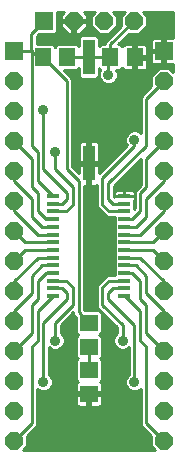
<source format=gtl>
G75*
%MOIN*%
%OFA0B0*%
%FSLAX25Y25*%
%IPPOS*%
%LPD*%
%AMOC8*
5,1,8,0,0,1.08239X$1,22.5*
%
%ADD10R,0.03937X0.11811*%
%ADD11R,0.05512X0.05906*%
%ADD12R,0.05906X0.05512*%
%ADD13R,0.05937X0.05937*%
%ADD14OC8,0.05937*%
%ADD15R,0.03937X0.01378*%
%ADD16C,0.01000*%
%ADD17C,0.03569*%
D10*
X0034071Y0101591D03*
X0034071Y0137024D03*
D11*
X0041256Y0137024D03*
X0049327Y0137024D03*
X0026886Y0137024D03*
X0018815Y0137024D03*
D12*
X0034071Y0048539D03*
X0034071Y0040469D03*
X0034071Y0032791D03*
X0034071Y0024720D03*
D13*
X0059071Y0139031D03*
X0019071Y0149031D03*
X0009071Y0139031D03*
D14*
X0009071Y0009031D03*
X0009071Y0019031D03*
X0009071Y0029031D03*
X0009071Y0039031D03*
X0009071Y0049031D03*
X0009071Y0059031D03*
X0009071Y0069031D03*
X0009071Y0079031D03*
X0009071Y0089031D03*
X0009071Y0099031D03*
X0009071Y0109031D03*
X0009071Y0119031D03*
X0009071Y0129031D03*
X0029071Y0149031D03*
X0039071Y0149031D03*
X0049071Y0149031D03*
X0059071Y0129031D03*
X0059071Y0119031D03*
X0059071Y0109031D03*
X0059071Y0099031D03*
X0059071Y0089031D03*
X0059071Y0079031D03*
X0059071Y0069031D03*
X0059071Y0059031D03*
X0059071Y0049031D03*
X0059071Y0039031D03*
X0059071Y0029031D03*
X0059071Y0019031D03*
X0059071Y0009031D03*
D15*
X0045882Y0057398D03*
X0045882Y0059957D03*
X0045882Y0062516D03*
X0045882Y0065075D03*
X0045882Y0067634D03*
X0045882Y0070193D03*
X0045882Y0072752D03*
X0045882Y0075311D03*
X0045882Y0077870D03*
X0045882Y0080429D03*
X0045882Y0082988D03*
X0045882Y0085547D03*
X0045882Y0088106D03*
X0045882Y0090665D03*
X0022260Y0090665D03*
X0022260Y0088106D03*
X0022260Y0085547D03*
X0022260Y0082988D03*
X0022260Y0080429D03*
X0022260Y0077870D03*
X0022260Y0075311D03*
X0022260Y0072752D03*
X0022260Y0070193D03*
X0022260Y0067634D03*
X0022260Y0065075D03*
X0022260Y0062516D03*
X0022260Y0059957D03*
X0022260Y0057398D03*
D16*
X0021965Y0057398D01*
X0016945Y0052378D01*
X0016945Y0042535D01*
X0014976Y0040567D01*
X0014976Y0014937D01*
X0009071Y0009031D01*
X0011970Y0005894D02*
X0013339Y0007263D01*
X0013339Y0010754D01*
X0016776Y0014191D01*
X0016776Y0026531D01*
X0017166Y0026141D01*
X0018300Y0025672D01*
X0019527Y0025672D01*
X0020660Y0026141D01*
X0021528Y0027009D01*
X0021998Y0028142D01*
X0021998Y0029369D01*
X0021528Y0030503D01*
X0020713Y0031318D01*
X0020713Y0040311D01*
X0021103Y0039921D01*
X0022237Y0039451D01*
X0023464Y0039451D01*
X0024597Y0039921D01*
X0025465Y0040788D01*
X0025935Y0041922D01*
X0025935Y0043149D01*
X0025465Y0044283D01*
X0024650Y0045097D01*
X0024650Y0047695D01*
X0028924Y0051969D01*
X0028924Y0051140D01*
X0029818Y0050247D01*
X0029818Y0045245D01*
X0030559Y0044504D01*
X0029818Y0043763D01*
X0029818Y0037174D01*
X0030362Y0036630D01*
X0029818Y0036086D01*
X0029818Y0029497D01*
X0030477Y0028838D01*
X0030197Y0028677D01*
X0029918Y0028397D01*
X0029720Y0028055D01*
X0029618Y0027674D01*
X0029618Y0025220D01*
X0033571Y0025220D01*
X0033571Y0024220D01*
X0034571Y0024220D01*
X0034571Y0020465D01*
X0037221Y0020465D01*
X0037603Y0020567D01*
X0037945Y0020764D01*
X0038224Y0021044D01*
X0038421Y0021386D01*
X0038524Y0021767D01*
X0038524Y0024220D01*
X0034571Y0024220D01*
X0034571Y0025220D01*
X0038524Y0025220D01*
X0038524Y0027674D01*
X0038421Y0028055D01*
X0038224Y0028397D01*
X0037945Y0028677D01*
X0037665Y0028838D01*
X0038324Y0029497D01*
X0038324Y0036086D01*
X0037779Y0036630D01*
X0038324Y0037174D01*
X0038324Y0043763D01*
X0037583Y0044504D01*
X0038324Y0045245D01*
X0038324Y0051834D01*
X0037562Y0052595D01*
X0032561Y0052595D01*
X0032524Y0052631D01*
X0032524Y0094185D01*
X0033587Y0094185D01*
X0033587Y0101106D01*
X0034555Y0101106D01*
X0034555Y0094185D01*
X0036237Y0094185D01*
X0036618Y0094287D01*
X0036798Y0094391D01*
X0036798Y0087065D01*
X0037853Y0086011D01*
X0040117Y0083747D01*
X0042613Y0083747D01*
X0042613Y0081761D01*
X0042665Y0081709D01*
X0042613Y0081657D01*
X0042613Y0079202D01*
X0042665Y0079150D01*
X0042613Y0079098D01*
X0042613Y0076643D01*
X0042665Y0076591D01*
X0042613Y0076538D01*
X0042613Y0074084D01*
X0042665Y0074031D01*
X0042613Y0073979D01*
X0042613Y0071525D01*
X0042665Y0071472D01*
X0042613Y0071420D01*
X0042613Y0068965D01*
X0042665Y0068913D01*
X0042613Y0068861D01*
X0042613Y0066406D01*
X0042665Y0066354D01*
X0042613Y0066302D01*
X0042613Y0064316D01*
X0040117Y0064316D01*
X0039062Y0063261D01*
X0036798Y0060998D01*
X0036798Y0053601D01*
X0037853Y0052546D01*
X0043491Y0046908D01*
X0043491Y0045097D01*
X0042677Y0044283D01*
X0042207Y0043149D01*
X0042207Y0041922D01*
X0042677Y0040788D01*
X0043544Y0039921D01*
X0044678Y0039451D01*
X0045905Y0039451D01*
X0047038Y0039921D01*
X0047428Y0040311D01*
X0047428Y0031318D01*
X0046614Y0030503D01*
X0046144Y0029369D01*
X0046144Y0028142D01*
X0046614Y0027009D01*
X0047481Y0026141D01*
X0048615Y0025672D01*
X0049842Y0025672D01*
X0050975Y0026141D01*
X0051365Y0026531D01*
X0051365Y0014191D01*
X0054802Y0010754D01*
X0054802Y0007263D01*
X0056172Y0005894D01*
X0011970Y0005894D01*
X0012265Y0006189D02*
X0055876Y0006189D01*
X0054878Y0007188D02*
X0013264Y0007188D01*
X0013339Y0008186D02*
X0054802Y0008186D01*
X0054802Y0009185D02*
X0013339Y0009185D01*
X0013339Y0010183D02*
X0054802Y0010183D01*
X0054375Y0011182D02*
X0013767Y0011182D01*
X0014765Y0012180D02*
X0053376Y0012180D01*
X0052378Y0013179D02*
X0015764Y0013179D01*
X0016762Y0014177D02*
X0051379Y0014177D01*
X0051365Y0015176D02*
X0016776Y0015176D01*
X0016776Y0016175D02*
X0051365Y0016175D01*
X0051365Y0017173D02*
X0016776Y0017173D01*
X0016776Y0018172D02*
X0051365Y0018172D01*
X0051365Y0019170D02*
X0016776Y0019170D01*
X0016776Y0020169D02*
X0051365Y0020169D01*
X0051365Y0021167D02*
X0038295Y0021167D01*
X0038524Y0022166D02*
X0051365Y0022166D01*
X0051365Y0023164D02*
X0038524Y0023164D01*
X0038524Y0024163D02*
X0051365Y0024163D01*
X0051365Y0025161D02*
X0034571Y0025161D01*
X0034571Y0024163D02*
X0033571Y0024163D01*
X0033571Y0024220D02*
X0033571Y0020465D01*
X0030921Y0020465D01*
X0030539Y0020567D01*
X0030197Y0020764D01*
X0029918Y0021044D01*
X0029720Y0021386D01*
X0029618Y0021767D01*
X0029618Y0024220D01*
X0033571Y0024220D01*
X0033571Y0025161D02*
X0016776Y0025161D01*
X0016776Y0024163D02*
X0029618Y0024163D01*
X0029618Y0023164D02*
X0016776Y0023164D01*
X0016776Y0022166D02*
X0029618Y0022166D01*
X0029846Y0021167D02*
X0016776Y0021167D01*
X0016776Y0026160D02*
X0017148Y0026160D01*
X0018913Y0028756D02*
X0018913Y0048441D01*
X0026787Y0056315D01*
X0026787Y0058283D01*
X0025114Y0059957D01*
X0022260Y0059957D01*
X0022260Y0062516D02*
X0026492Y0062516D01*
X0028756Y0060252D01*
X0028756Y0054346D01*
X0022850Y0048441D01*
X0022850Y0042535D01*
X0024816Y0040139D02*
X0029818Y0040139D01*
X0029818Y0041137D02*
X0025610Y0041137D01*
X0025935Y0042136D02*
X0029818Y0042136D01*
X0029818Y0043134D02*
X0025935Y0043134D01*
X0025527Y0044133D02*
X0030188Y0044133D01*
X0029932Y0045131D02*
X0024650Y0045131D01*
X0024650Y0046130D02*
X0029818Y0046130D01*
X0029818Y0047128D02*
X0024650Y0047128D01*
X0025082Y0048127D02*
X0029818Y0048127D01*
X0029818Y0049125D02*
X0026080Y0049125D01*
X0027079Y0050124D02*
X0029818Y0050124D01*
X0030724Y0051886D02*
X0030724Y0095685D01*
X0026787Y0099622D01*
X0026787Y0129051D01*
X0018815Y0137024D01*
X0016925Y0137024D01*
X0014976Y0138972D01*
X0014917Y0139031D01*
X0014917Y0144878D01*
X0019071Y0149031D01*
X0017348Y0144763D02*
X0022578Y0144763D01*
X0023339Y0145525D01*
X0023339Y0152012D01*
X0025732Y0152012D01*
X0024602Y0150882D01*
X0024602Y0149516D01*
X0028587Y0149516D01*
X0028587Y0148547D01*
X0029555Y0148547D01*
X0029555Y0144563D01*
X0030922Y0144563D01*
X0033539Y0147181D01*
X0033539Y0148547D01*
X0029555Y0148547D01*
X0029555Y0149516D01*
X0033539Y0149516D01*
X0033539Y0150882D01*
X0032410Y0152012D01*
X0036015Y0152012D01*
X0034802Y0150800D01*
X0034802Y0147263D01*
X0037303Y0144763D01*
X0040839Y0144763D01*
X0043339Y0147263D01*
X0043339Y0150800D01*
X0042127Y0152012D01*
X0046015Y0152012D01*
X0044802Y0150800D01*
X0044802Y0147309D01*
X0039456Y0141962D01*
X0039456Y0141276D01*
X0037962Y0141276D01*
X0037339Y0140654D01*
X0037339Y0143468D01*
X0036578Y0144229D01*
X0031564Y0144229D01*
X0030802Y0143468D01*
X0030802Y0140654D01*
X0030180Y0141276D01*
X0023591Y0141276D01*
X0022850Y0140535D01*
X0022109Y0141276D01*
X0016717Y0141276D01*
X0016717Y0144132D01*
X0017348Y0144763D01*
X0016717Y0143984D02*
X0031319Y0143984D01*
X0031341Y0144982D02*
X0037083Y0144982D01*
X0036823Y0143984D02*
X0041478Y0143984D01*
X0041058Y0144982D02*
X0042476Y0144982D01*
X0042057Y0145981D02*
X0043475Y0145981D01*
X0043055Y0146980D02*
X0044473Y0146980D01*
X0044802Y0147978D02*
X0043339Y0147978D01*
X0043339Y0148977D02*
X0044802Y0148977D01*
X0044802Y0149975D02*
X0043339Y0149975D01*
X0043165Y0150974D02*
X0044976Y0150974D01*
X0045975Y0151972D02*
X0042167Y0151972D01*
X0040479Y0142985D02*
X0037339Y0142985D01*
X0037339Y0141987D02*
X0039481Y0141987D01*
X0041256Y0141217D02*
X0049071Y0149031D01*
X0047348Y0144763D02*
X0050839Y0144763D01*
X0053339Y0147263D01*
X0053339Y0150800D01*
X0052127Y0152012D01*
X0062248Y0152012D01*
X0062248Y0143497D01*
X0062237Y0143500D01*
X0059555Y0143500D01*
X0059555Y0139516D01*
X0058587Y0139516D01*
X0058587Y0143500D01*
X0055905Y0143500D01*
X0055523Y0143398D01*
X0055181Y0143200D01*
X0054902Y0142921D01*
X0054705Y0142579D01*
X0054602Y0142197D01*
X0054602Y0139516D01*
X0058587Y0139516D01*
X0058587Y0138547D01*
X0059555Y0138547D01*
X0059555Y0134563D01*
X0062237Y0134563D01*
X0062248Y0134566D01*
X0062248Y0131891D01*
X0060839Y0133300D01*
X0057303Y0133300D01*
X0054802Y0130800D01*
X0054802Y0127309D01*
X0051365Y0123872D01*
X0051365Y0111689D01*
X0050975Y0112079D01*
X0049842Y0112549D01*
X0048615Y0112549D01*
X0047481Y0112079D01*
X0046614Y0111212D01*
X0046144Y0110078D01*
X0046144Y0108851D01*
X0046614Y0107717D01*
X0046759Y0107572D01*
X0037539Y0098353D01*
X0037539Y0101106D01*
X0034555Y0101106D01*
X0034555Y0102075D01*
X0033587Y0102075D01*
X0033587Y0108996D01*
X0031905Y0108996D01*
X0031523Y0108894D01*
X0031181Y0108696D01*
X0030902Y0108417D01*
X0030705Y0108075D01*
X0030602Y0107694D01*
X0030602Y0102075D01*
X0033587Y0102075D01*
X0033587Y0101106D01*
X0030602Y0101106D01*
X0030602Y0098353D01*
X0028587Y0100368D01*
X0028587Y0129797D01*
X0025613Y0132771D01*
X0030180Y0132771D01*
X0030802Y0133393D01*
X0030802Y0130580D01*
X0031564Y0129818D01*
X0036578Y0129818D01*
X0037339Y0130580D01*
X0037339Y0133393D01*
X0037927Y0132805D01*
X0037483Y0131732D01*
X0037483Y0130505D01*
X0037952Y0129371D01*
X0038820Y0128503D01*
X0039953Y0128034D01*
X0041180Y0128034D01*
X0042314Y0128503D01*
X0043182Y0129371D01*
X0043651Y0130505D01*
X0043651Y0131732D01*
X0043221Y0132771D01*
X0044550Y0132771D01*
X0045209Y0133430D01*
X0045371Y0133150D01*
X0045650Y0132871D01*
X0045992Y0132673D01*
X0046373Y0132571D01*
X0048827Y0132571D01*
X0048827Y0136524D01*
X0049827Y0136524D01*
X0049827Y0137524D01*
X0048827Y0137524D01*
X0048827Y0141476D01*
X0046373Y0141476D01*
X0045992Y0141374D01*
X0045650Y0141177D01*
X0045371Y0140897D01*
X0045209Y0140618D01*
X0044550Y0141276D01*
X0043861Y0141276D01*
X0047348Y0144763D01*
X0046569Y0143984D02*
X0062248Y0143984D01*
X0062248Y0144982D02*
X0051058Y0144982D01*
X0052057Y0145981D02*
X0062248Y0145981D01*
X0062248Y0146980D02*
X0053055Y0146980D01*
X0053339Y0147978D02*
X0062248Y0147978D01*
X0062248Y0148977D02*
X0053339Y0148977D01*
X0053339Y0149975D02*
X0062248Y0149975D01*
X0062248Y0150974D02*
X0053165Y0150974D01*
X0052167Y0151972D02*
X0062248Y0151972D01*
X0059555Y0142985D02*
X0058587Y0142985D01*
X0058587Y0141987D02*
X0059555Y0141987D01*
X0059555Y0140988D02*
X0058587Y0140988D01*
X0058587Y0139990D02*
X0059555Y0139990D01*
X0058587Y0138991D02*
X0053583Y0138991D01*
X0053583Y0137993D02*
X0054602Y0137993D01*
X0054602Y0138547D02*
X0054602Y0135866D01*
X0054705Y0135484D01*
X0054902Y0135142D01*
X0055181Y0134863D01*
X0055523Y0134665D01*
X0055905Y0134563D01*
X0058587Y0134563D01*
X0058587Y0138547D01*
X0054602Y0138547D01*
X0054602Y0139990D02*
X0053583Y0139990D01*
X0053583Y0140174D02*
X0053480Y0140555D01*
X0053283Y0140897D01*
X0053004Y0141177D01*
X0052662Y0141374D01*
X0052280Y0141476D01*
X0049827Y0141476D01*
X0049827Y0137524D01*
X0053583Y0137524D01*
X0053583Y0140174D01*
X0053192Y0140988D02*
X0054602Y0140988D01*
X0054602Y0141987D02*
X0044572Y0141987D01*
X0044838Y0140988D02*
X0045462Y0140988D01*
X0045570Y0142985D02*
X0054967Y0142985D01*
X0054602Y0136994D02*
X0049827Y0136994D01*
X0049827Y0136524D02*
X0053583Y0136524D01*
X0053583Y0133873D01*
X0053480Y0133492D01*
X0053283Y0133150D01*
X0053004Y0132871D01*
X0052662Y0132673D01*
X0052280Y0132571D01*
X0049827Y0132571D01*
X0049827Y0136524D01*
X0049827Y0135996D02*
X0048827Y0135996D01*
X0048827Y0134997D02*
X0049827Y0134997D01*
X0049827Y0133999D02*
X0048827Y0133999D01*
X0048827Y0133000D02*
X0049827Y0133000D01*
X0049827Y0137993D02*
X0048827Y0137993D01*
X0048827Y0138991D02*
X0049827Y0138991D01*
X0049827Y0139990D02*
X0048827Y0139990D01*
X0048827Y0140988D02*
X0049827Y0140988D01*
X0053583Y0135996D02*
X0054602Y0135996D01*
X0055047Y0134997D02*
X0053583Y0134997D01*
X0053583Y0133999D02*
X0062248Y0133999D01*
X0062248Y0133000D02*
X0061139Y0133000D01*
X0062137Y0132002D02*
X0062248Y0132002D01*
X0059555Y0134997D02*
X0058587Y0134997D01*
X0058587Y0135996D02*
X0059555Y0135996D01*
X0059555Y0136994D02*
X0058587Y0136994D01*
X0058587Y0137993D02*
X0059555Y0137993D01*
X0057003Y0133000D02*
X0053133Y0133000D01*
X0055006Y0131003D02*
X0043651Y0131003D01*
X0043539Y0132002D02*
X0056005Y0132002D01*
X0054802Y0130005D02*
X0043444Y0130005D01*
X0042817Y0129006D02*
X0054802Y0129006D01*
X0054802Y0128008D02*
X0028587Y0128008D01*
X0028587Y0129006D02*
X0038317Y0129006D01*
X0037690Y0130005D02*
X0036765Y0130005D01*
X0037339Y0131003D02*
X0037483Y0131003D01*
X0037595Y0132002D02*
X0037339Y0132002D01*
X0037339Y0133000D02*
X0037732Y0133000D01*
X0040567Y0131118D02*
X0040567Y0136335D01*
X0041256Y0137024D01*
X0041256Y0141217D01*
X0041256Y0137024D02*
X0034071Y0137024D01*
X0026886Y0137024D01*
X0026382Y0132002D02*
X0030802Y0132002D01*
X0030802Y0133000D02*
X0030410Y0133000D01*
X0030802Y0131003D02*
X0027381Y0131003D01*
X0028379Y0130005D02*
X0031377Y0130005D01*
X0028587Y0127009D02*
X0054503Y0127009D01*
X0053505Y0126011D02*
X0028587Y0126011D01*
X0028587Y0125012D02*
X0052506Y0125012D01*
X0051508Y0124014D02*
X0028587Y0124014D01*
X0028587Y0123015D02*
X0051365Y0123015D01*
X0051365Y0122017D02*
X0028587Y0122017D01*
X0028587Y0121018D02*
X0051365Y0121018D01*
X0051365Y0120020D02*
X0028587Y0120020D01*
X0028587Y0119021D02*
X0051365Y0119021D01*
X0051365Y0118023D02*
X0028587Y0118023D01*
X0028587Y0117024D02*
X0051365Y0117024D01*
X0051365Y0116026D02*
X0028587Y0116026D01*
X0028587Y0115027D02*
X0051365Y0115027D01*
X0051365Y0114029D02*
X0028587Y0114029D01*
X0028587Y0113030D02*
X0051365Y0113030D01*
X0051365Y0112032D02*
X0051023Y0112032D01*
X0049228Y0109465D02*
X0049228Y0107496D01*
X0038598Y0096866D01*
X0038598Y0087811D01*
X0040862Y0085547D01*
X0045882Y0085547D01*
X0045882Y0082988D02*
X0048343Y0082988D01*
X0051197Y0085843D01*
X0051197Y0091748D01*
X0053165Y0093717D01*
X0053165Y0103126D01*
X0059071Y0109031D01*
X0059071Y0099031D02*
X0059071Y0095685D01*
X0053165Y0089780D01*
X0053165Y0083874D01*
X0049720Y0080429D01*
X0045882Y0080429D01*
X0045882Y0077870D02*
X0051098Y0077870D01*
X0059071Y0085843D01*
X0059071Y0089031D01*
X0059071Y0079031D02*
X0055350Y0075311D01*
X0045882Y0075311D01*
X0045882Y0072752D02*
X0055350Y0072752D01*
X0059071Y0069031D01*
X0059071Y0062220D02*
X0059071Y0059031D01*
X0059071Y0062220D02*
X0051098Y0070193D01*
X0045882Y0070193D01*
X0045882Y0067634D02*
X0049720Y0067634D01*
X0053165Y0064189D01*
X0053165Y0058283D01*
X0059071Y0052378D01*
X0059071Y0049031D01*
X0053165Y0044937D02*
X0059071Y0039031D01*
X0053165Y0040567D02*
X0053165Y0014937D01*
X0059071Y0009031D01*
X0051365Y0026160D02*
X0050994Y0026160D01*
X0049228Y0028756D02*
X0049228Y0047654D01*
X0040567Y0056315D01*
X0040567Y0058283D01*
X0042240Y0059957D01*
X0045882Y0059957D01*
X0045882Y0057398D02*
X0046177Y0057398D01*
X0051197Y0052378D01*
X0051197Y0042535D01*
X0053165Y0040567D01*
X0053165Y0044937D02*
X0053165Y0054346D01*
X0051197Y0056315D01*
X0051197Y0062220D01*
X0048343Y0065075D01*
X0045882Y0065075D01*
X0045882Y0062516D02*
X0040862Y0062516D01*
X0038598Y0060252D01*
X0038598Y0054346D01*
X0045291Y0047654D01*
X0045291Y0042535D01*
X0043326Y0040139D02*
X0038324Y0040139D01*
X0038324Y0041137D02*
X0042532Y0041137D01*
X0042207Y0042136D02*
X0038324Y0042136D01*
X0038324Y0043134D02*
X0042207Y0043134D01*
X0042615Y0044133D02*
X0037954Y0044133D01*
X0038210Y0045131D02*
X0043491Y0045131D01*
X0043491Y0046130D02*
X0038324Y0046130D01*
X0038324Y0047128D02*
X0043271Y0047128D01*
X0042272Y0048127D02*
X0038324Y0048127D01*
X0038324Y0049125D02*
X0041274Y0049125D01*
X0040275Y0050124D02*
X0038324Y0050124D01*
X0038324Y0051122D02*
X0039277Y0051122D01*
X0038278Y0052121D02*
X0038036Y0052121D01*
X0037280Y0053119D02*
X0032524Y0053119D01*
X0032524Y0054118D02*
X0036798Y0054118D01*
X0036798Y0055116D02*
X0032524Y0055116D01*
X0032524Y0056115D02*
X0036798Y0056115D01*
X0036798Y0057113D02*
X0032524Y0057113D01*
X0032524Y0058112D02*
X0036798Y0058112D01*
X0036798Y0059111D02*
X0032524Y0059111D01*
X0032524Y0060109D02*
X0036798Y0060109D01*
X0036908Y0061108D02*
X0032524Y0061108D01*
X0032524Y0062106D02*
X0037907Y0062106D01*
X0038905Y0063105D02*
X0032524Y0063105D01*
X0032524Y0064103D02*
X0039904Y0064103D01*
X0042613Y0065102D02*
X0032524Y0065102D01*
X0032524Y0066100D02*
X0042613Y0066100D01*
X0042613Y0067099D02*
X0032524Y0067099D01*
X0032524Y0068097D02*
X0042613Y0068097D01*
X0042613Y0069096D02*
X0032524Y0069096D01*
X0032524Y0070094D02*
X0042613Y0070094D01*
X0042613Y0071093D02*
X0032524Y0071093D01*
X0032524Y0072091D02*
X0042613Y0072091D01*
X0042613Y0073090D02*
X0032524Y0073090D01*
X0032524Y0074088D02*
X0042613Y0074088D01*
X0042613Y0075087D02*
X0032524Y0075087D01*
X0032524Y0076085D02*
X0042613Y0076085D01*
X0042613Y0077084D02*
X0032524Y0077084D01*
X0032524Y0078082D02*
X0042613Y0078082D01*
X0042613Y0079081D02*
X0032524Y0079081D01*
X0032524Y0080079D02*
X0042613Y0080079D01*
X0042613Y0081078D02*
X0032524Y0081078D01*
X0032524Y0082076D02*
X0042613Y0082076D01*
X0042613Y0083075D02*
X0032524Y0083075D01*
X0032524Y0084073D02*
X0039791Y0084073D01*
X0038792Y0085072D02*
X0032524Y0085072D01*
X0032524Y0086070D02*
X0037794Y0086070D01*
X0036798Y0087069D02*
X0032524Y0087069D01*
X0032524Y0088067D02*
X0036798Y0088067D01*
X0036798Y0089066D02*
X0032524Y0089066D01*
X0032524Y0090064D02*
X0036798Y0090064D01*
X0036798Y0091063D02*
X0032524Y0091063D01*
X0032524Y0092061D02*
X0036798Y0092061D01*
X0036798Y0093060D02*
X0032524Y0093060D01*
X0032524Y0094058D02*
X0036798Y0094058D01*
X0037539Y0099051D02*
X0038238Y0099051D01*
X0037539Y0100049D02*
X0039236Y0100049D01*
X0040235Y0101048D02*
X0037539Y0101048D01*
X0037539Y0102075D02*
X0037539Y0107694D01*
X0037437Y0108075D01*
X0037240Y0108417D01*
X0036960Y0108696D01*
X0036618Y0108894D01*
X0036237Y0108996D01*
X0034555Y0108996D01*
X0034555Y0102075D01*
X0037539Y0102075D01*
X0037539Y0103045D02*
X0042232Y0103045D01*
X0043230Y0104044D02*
X0037539Y0104044D01*
X0037539Y0105042D02*
X0044229Y0105042D01*
X0045227Y0106041D02*
X0037539Y0106041D01*
X0037539Y0107039D02*
X0046226Y0107039D01*
X0046481Y0108038D02*
X0037447Y0108038D01*
X0034555Y0108038D02*
X0033587Y0108038D01*
X0033587Y0107039D02*
X0034555Y0107039D01*
X0034555Y0106041D02*
X0033587Y0106041D01*
X0033587Y0105042D02*
X0034555Y0105042D01*
X0034555Y0104044D02*
X0033587Y0104044D01*
X0033587Y0103045D02*
X0034555Y0103045D01*
X0034555Y0102046D02*
X0041233Y0102046D01*
X0044270Y0096055D02*
X0051365Y0096055D01*
X0051365Y0095057D02*
X0043272Y0095057D01*
X0042367Y0094152D02*
X0051365Y0103150D01*
X0051365Y0102380D01*
X0051365Y0094462D01*
X0049397Y0092494D01*
X0049397Y0086588D01*
X0049150Y0086342D01*
X0049150Y0086775D01*
X0049098Y0086827D01*
X0049150Y0086879D01*
X0049150Y0089228D01*
X0049248Y0089397D01*
X0049350Y0089779D01*
X0049350Y0090665D01*
X0045882Y0090665D01*
X0045882Y0090665D01*
X0042413Y0090665D01*
X0042413Y0090479D01*
X0042367Y0090525D01*
X0042367Y0094152D01*
X0042367Y0094058D02*
X0050962Y0094058D01*
X0049963Y0093060D02*
X0042367Y0093060D01*
X0042992Y0092555D02*
X0042713Y0092275D01*
X0042516Y0091933D01*
X0042413Y0091552D01*
X0042413Y0090665D01*
X0045882Y0090665D01*
X0045882Y0090665D01*
X0049350Y0090665D01*
X0049350Y0091552D01*
X0049248Y0091933D01*
X0049051Y0092275D01*
X0048771Y0092555D01*
X0048429Y0092752D01*
X0048048Y0092854D01*
X0045882Y0092854D01*
X0045882Y0090665D01*
X0045882Y0090665D01*
X0045882Y0092854D01*
X0043716Y0092854D01*
X0043334Y0092752D01*
X0042992Y0092555D01*
X0042590Y0092061D02*
X0042367Y0092061D01*
X0042367Y0091063D02*
X0042413Y0091063D01*
X0040567Y0089780D02*
X0042240Y0088106D01*
X0045882Y0088106D01*
X0045882Y0091063D02*
X0045882Y0091063D01*
X0045882Y0092061D02*
X0045882Y0092061D01*
X0045269Y0097054D02*
X0051365Y0097054D01*
X0051365Y0098052D02*
X0046267Y0098052D01*
X0047266Y0099051D02*
X0051365Y0099051D01*
X0051365Y0100049D02*
X0048264Y0100049D01*
X0049263Y0101048D02*
X0051365Y0101048D01*
X0051365Y0102046D02*
X0050261Y0102046D01*
X0051260Y0103045D02*
X0051365Y0103045D01*
X0053165Y0107496D02*
X0053165Y0123126D01*
X0059071Y0129031D01*
X0053165Y0107496D02*
X0040567Y0094898D01*
X0040567Y0089780D01*
X0034555Y0095057D02*
X0033587Y0095057D01*
X0033587Y0096055D02*
X0034555Y0096055D01*
X0034555Y0097054D02*
X0033587Y0097054D01*
X0033587Y0098052D02*
X0034555Y0098052D01*
X0034555Y0099051D02*
X0033587Y0099051D01*
X0033587Y0100049D02*
X0034555Y0100049D01*
X0034555Y0101048D02*
X0033587Y0101048D01*
X0033587Y0102046D02*
X0028587Y0102046D01*
X0028587Y0101048D02*
X0030602Y0101048D01*
X0030602Y0100049D02*
X0028906Y0100049D01*
X0028587Y0103045D02*
X0030602Y0103045D01*
X0030602Y0104044D02*
X0028587Y0104044D01*
X0028587Y0105042D02*
X0030602Y0105042D01*
X0030602Y0106041D02*
X0028587Y0106041D01*
X0028587Y0107039D02*
X0030602Y0107039D01*
X0030695Y0108038D02*
X0028587Y0108038D01*
X0028587Y0109036D02*
X0046144Y0109036D01*
X0046144Y0110035D02*
X0028587Y0110035D01*
X0028587Y0111033D02*
X0046540Y0111033D01*
X0047434Y0112032D02*
X0028587Y0112032D01*
X0022850Y0105528D02*
X0022850Y0099622D01*
X0028756Y0093717D01*
X0028756Y0087811D01*
X0026492Y0085547D01*
X0022260Y0085547D01*
X0022260Y0082988D02*
X0019799Y0082988D01*
X0016945Y0085843D01*
X0016945Y0091748D01*
X0014976Y0093717D01*
X0014976Y0103126D01*
X0009071Y0109031D01*
X0009071Y0099031D02*
X0009071Y0095685D01*
X0014976Y0089780D01*
X0014976Y0083874D01*
X0018421Y0080429D01*
X0022260Y0080429D01*
X0022260Y0077870D02*
X0017043Y0077870D01*
X0009071Y0085843D01*
X0009071Y0089031D01*
X0009071Y0079031D02*
X0012791Y0075311D01*
X0022260Y0075311D01*
X0022260Y0072752D02*
X0012791Y0072752D01*
X0009071Y0069031D01*
X0009071Y0062220D02*
X0009071Y0059031D01*
X0009071Y0062220D02*
X0017043Y0070193D01*
X0022260Y0070193D01*
X0022260Y0067634D02*
X0018421Y0067634D01*
X0014976Y0064189D01*
X0014976Y0058283D01*
X0009071Y0052378D01*
X0009071Y0049031D01*
X0014976Y0044937D02*
X0009071Y0039031D01*
X0014976Y0044937D02*
X0014976Y0054346D01*
X0016945Y0056315D01*
X0016945Y0062220D01*
X0019799Y0065075D01*
X0022260Y0065075D01*
X0028077Y0051122D02*
X0028942Y0051122D01*
X0030724Y0051886D02*
X0034071Y0048539D01*
X0034071Y0040469D02*
X0034071Y0032791D01*
X0037982Y0029155D02*
X0046144Y0029155D01*
X0046144Y0028157D02*
X0038363Y0028157D01*
X0038524Y0027158D02*
X0046552Y0027158D01*
X0047463Y0026160D02*
X0038524Y0026160D01*
X0038324Y0030154D02*
X0046469Y0030154D01*
X0047263Y0031152D02*
X0038324Y0031152D01*
X0038324Y0032151D02*
X0047428Y0032151D01*
X0047428Y0033149D02*
X0038324Y0033149D01*
X0038324Y0034148D02*
X0047428Y0034148D01*
X0047428Y0035146D02*
X0038324Y0035146D01*
X0038265Y0036145D02*
X0047428Y0036145D01*
X0047428Y0037143D02*
X0038293Y0037143D01*
X0038324Y0038142D02*
X0047428Y0038142D01*
X0047428Y0039140D02*
X0038324Y0039140D01*
X0034571Y0023164D02*
X0033571Y0023164D01*
X0033571Y0022166D02*
X0034571Y0022166D01*
X0034571Y0021167D02*
X0033571Y0021167D01*
X0029779Y0028157D02*
X0021998Y0028157D01*
X0021998Y0029155D02*
X0030160Y0029155D01*
X0029818Y0030154D02*
X0021673Y0030154D01*
X0020879Y0031152D02*
X0029818Y0031152D01*
X0029818Y0032151D02*
X0020713Y0032151D01*
X0020713Y0033149D02*
X0029818Y0033149D01*
X0029818Y0034148D02*
X0020713Y0034148D01*
X0020713Y0035146D02*
X0029818Y0035146D01*
X0029877Y0036145D02*
X0020713Y0036145D01*
X0020713Y0037143D02*
X0029849Y0037143D01*
X0029818Y0038142D02*
X0020713Y0038142D01*
X0020713Y0039140D02*
X0029818Y0039140D01*
X0029618Y0027158D02*
X0021590Y0027158D01*
X0020679Y0026160D02*
X0029618Y0026160D01*
X0020885Y0040139D02*
X0020713Y0040139D01*
X0022260Y0088106D02*
X0025114Y0088106D01*
X0026787Y0089780D01*
X0026787Y0091748D01*
X0018913Y0099622D01*
X0018913Y0119307D01*
X0014976Y0107496D02*
X0014976Y0138972D01*
X0014917Y0139031D02*
X0009071Y0139031D01*
X0016717Y0141987D02*
X0030802Y0141987D01*
X0030802Y0142985D02*
X0016717Y0142985D01*
X0022397Y0140988D02*
X0023304Y0140988D01*
X0022797Y0144982D02*
X0026800Y0144982D01*
X0027220Y0144563D02*
X0028587Y0144563D01*
X0028587Y0148547D01*
X0024602Y0148547D01*
X0024602Y0147181D01*
X0027220Y0144563D01*
X0028587Y0144982D02*
X0029555Y0144982D01*
X0029555Y0145981D02*
X0028587Y0145981D01*
X0028587Y0146980D02*
X0029555Y0146980D01*
X0029555Y0147978D02*
X0028587Y0147978D01*
X0028587Y0148977D02*
X0023339Y0148977D01*
X0023339Y0149975D02*
X0024602Y0149975D01*
X0024694Y0150974D02*
X0023339Y0150974D01*
X0023339Y0151972D02*
X0025692Y0151972D01*
X0024602Y0147978D02*
X0023339Y0147978D01*
X0023339Y0146980D02*
X0024803Y0146980D01*
X0025802Y0145981D02*
X0023339Y0145981D01*
X0029555Y0148977D02*
X0034802Y0148977D01*
X0034802Y0149975D02*
X0033539Y0149975D01*
X0033448Y0150974D02*
X0034976Y0150974D01*
X0035975Y0151972D02*
X0032450Y0151972D01*
X0033539Y0147978D02*
X0034802Y0147978D01*
X0035086Y0146980D02*
X0033338Y0146980D01*
X0032340Y0145981D02*
X0036085Y0145981D01*
X0037339Y0140988D02*
X0037674Y0140988D01*
X0030802Y0140988D02*
X0030468Y0140988D01*
X0044780Y0133000D02*
X0045520Y0133000D01*
X0030602Y0099051D02*
X0029904Y0099051D01*
X0022260Y0090665D02*
X0021965Y0090665D01*
X0016945Y0095685D01*
X0016945Y0105528D01*
X0014976Y0107496D01*
X0047256Y0040139D02*
X0047428Y0040139D01*
X0049150Y0087069D02*
X0049397Y0087069D01*
X0049397Y0088067D02*
X0049150Y0088067D01*
X0049150Y0089066D02*
X0049397Y0089066D01*
X0049397Y0090064D02*
X0049350Y0090064D01*
X0049350Y0091063D02*
X0049397Y0091063D01*
X0049397Y0092061D02*
X0049174Y0092061D01*
D17*
X0048441Y0095685D03*
X0049228Y0109465D03*
X0040567Y0131118D03*
X0030724Y0127181D03*
X0022850Y0105528D03*
X0018913Y0119307D03*
X0038598Y0068126D03*
X0045291Y0042535D03*
X0049228Y0028756D03*
X0022850Y0042535D03*
X0018913Y0028756D03*
M02*

</source>
